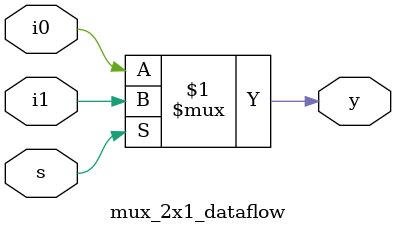
<source format=v>
`timescale 10ns/10ps

module mux_2x1_dataflow(i0,i1,s,y);



input i0, i1, s;

output y;

assign y=(s)?i1:i0;

endmodule
</source>
